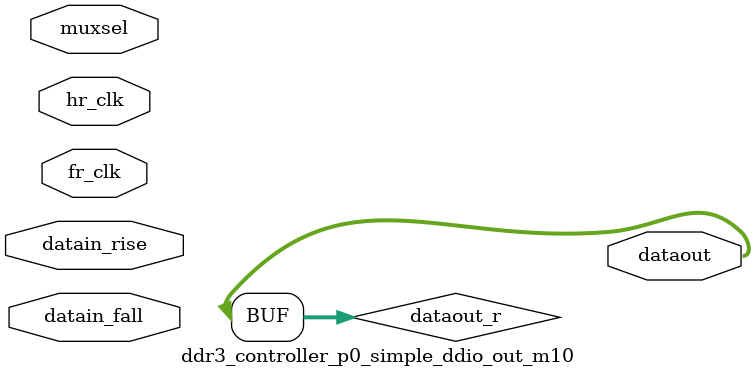
<source format=sv>




`timescale 1 ps / 1 ps

module ddr3_controller_p0_simple_ddio_out_m10(
	hr_clk,
	fr_clk,
	datain_rise,
        datain_fall,
        muxsel,
	dataout
);

// *****************************************************************
// BEGIN PARAMETER SECTION

parameter DATA_WIDTH = ""; 

// END PARAMETER SECTION
// *****************************************************************

input	hr_clk;
input   fr_clk;
input	[DATA_WIDTH-1:0] datain_rise;
input   [DATA_WIDTH-1:0] datain_fall;
input   muxsel;
output	[DATA_WIDTH-1:0] dataout;

generate
genvar i, j;
	(* altera_attribute = {"-name ALLOW_SYNCH_CTRL_USAGE OFF"}*) reg [DATA_WIDTH-1:0] datain_r /* synthesis dont_merge syn_noprune syn_preserve = 1 */;
	(* altera_attribute = {"-name ALLOW_SYNCH_CTRL_USAGE OFF"}*) reg [DATA_WIDTH-1:0] datain_f /* synthesis dont_merge syn_noprune syn_preserve = 1 */;


        always_ff @ (posedge hr_clk )
	begin
		datain_r <= datain_rise;
	end

        always_ff @ (negedge hr_clk)
        begin
                datain_f <= datain_fall;
        end


	reg [DATA_WIDTH-1:0] dataout_r /* synthesis dont_merge syn_noprune syn_preserve = 1 */;
	for (i=0; i<DATA_WIDTH; i=i+1)
	begin: ddio_group

                always_ff @ (posedge fr_clk)
                begin
                        if (muxsel)
                        begin
			        dataout_r[i] <= datain_f;
                        end else begin
                                dataout_r[i] <= datain_r;
                        end
		end
	end
	
	assign dataout = dataout_r;
	
endgenerate
endmodule

</source>
